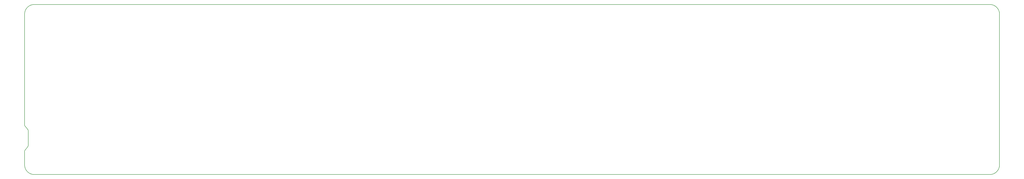
<source format=gm1>
G04*
G04 #@! TF.GenerationSoftware,Altium Limited,Altium Designer,18.0.7 (293)*
G04*
G04 Layer_Color=16711935*
%FSLAX25Y25*%
%MOIN*%
G70*
G01*
G75*
%ADD10C,0.00591*%
D10*
X1559055Y0D02*
G03*
X1574803Y15748I0J15748D01*
G01*
Y259842D02*
G03*
X1559055Y275590I-15748J0D01*
G01*
X15748D02*
G03*
X0Y259842I0J-15748D01*
G01*
Y15748D02*
G03*
X15748Y0I15748J0D01*
G01*
X0Y101378D02*
G03*
X-0Y101378I0J0D01*
G01*
X1153Y40185D02*
G03*
X0Y37402I2784J-2784D01*
G01*
X4752Y44460D02*
G03*
X5906Y47244I-2784J2784D01*
G01*
X5906Y70866D02*
G03*
X4752Y73650I-3937J0D01*
G01*
X-0Y80709D02*
G03*
X1153Y77925I3937J0D01*
G01*
X38386Y-0D02*
X1559055D01*
X1574803Y15748D02*
X1574803Y259842D01*
X37402Y275590D02*
X1534449D01*
X1559055D01*
X0Y231299D02*
Y259842D01*
X15748Y275590D02*
X37402D01*
X0Y206693D02*
Y231299D01*
X15748Y-0D02*
X38386D01*
X0Y15748D02*
Y37402D01*
X1153Y40185D02*
X4752Y44460D01*
X5906Y47244D02*
X5906Y70866D01*
X1153Y77925D02*
X4752Y73650D01*
X0Y80709D02*
Y101378D01*
X-0Y101378D02*
X0Y206693D01*
M02*

</source>
